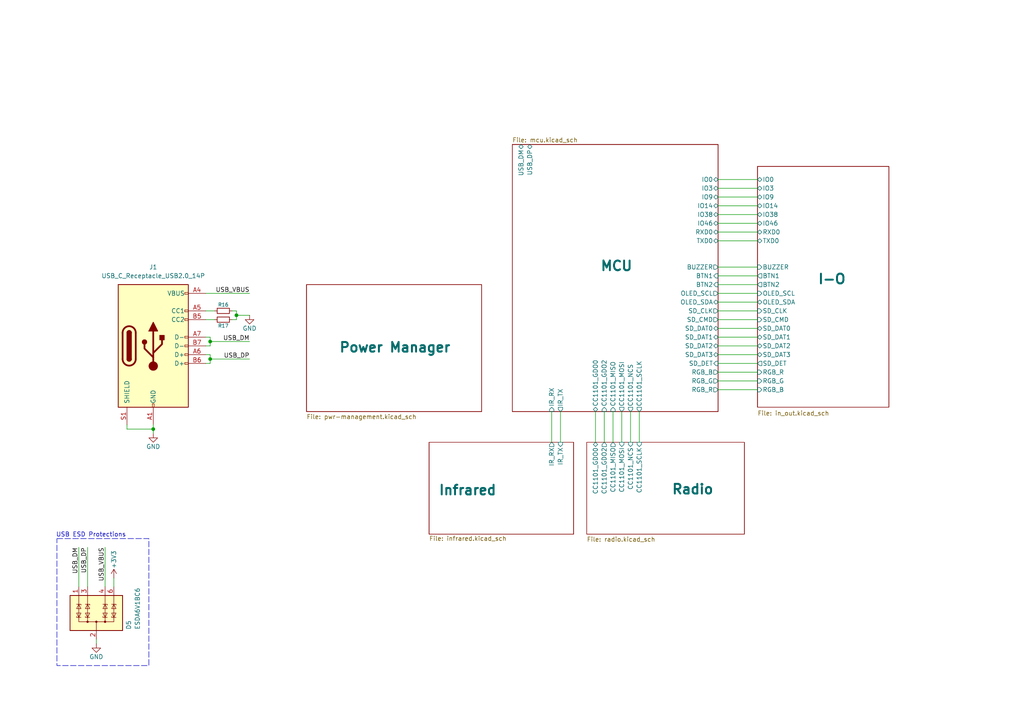
<source format=kicad_sch>
(kicad_sch (version 20250114) (generator "eeschema") (generator_version "9.0")
  (paper "A4")
  (lib_symbols
    (symbol "Connector:USB_C_Receptacle_USB2.0_14P" (pin_names (offset 1.016))
      (property "Reference" "J" (at 0 22.225 0))
      (property "Value" "USB_C_Receptacle_USB2.0_14P" (at 0 19.685 0))
      (symbol "USB_C_Receptacle_USB2.0_14P_0_0"
        (rectangle (start -0.254 -17.78) (end 0.254 -16.764))
        (rectangle (start 10.16 15.494) (end 9.144 14.986))
        (rectangle (start 10.16 10.414) (end 9.144 9.906))
        (rectangle (start 10.16 7.874) (end 9.144 7.366))
        (rectangle (start 10.16 2.794) (end 9.144 2.286))
        (rectangle (start 10.16 0.254) (end 9.144 -0.254))
        (rectangle (start 10.16 -2.286) (end 9.144 -2.794))
        (rectangle (start 10.16 -4.826) (end 9.144 -5.334))
      )
      (symbol "USB_C_Receptacle_USB2.0_14P_0_1"
        (rectangle (start -10.16 17.78) (end 10.16 -17.78) (stroke (width 0.254)) (fill (type background)))
        (polyline (pts (xy -8.89 -3.81) (xy -8.89 3.81)) (stroke (width 0.508)))
        (rectangle (start -7.62 -3.81) (end -6.35 3.81) (stroke (width 0.254)) (fill (type outline)))
        (arc (start -7.62 3.81) (mid -6.985 4.4423) (end -6.35 3.81) (stroke (width 0.254)))
        (arc (start -7.62 3.81) (mid -6.985 4.4423) (end -6.35 3.81) (stroke (width 0.254)) (fill (type outline)))
        (arc (start -8.89 3.81) (mid -6.985 5.7067) (end -5.08 3.81) (stroke (width 0.508)))
        (arc (start -5.08 -3.81) (mid -6.985 -5.7067) (end -8.89 -3.81) (stroke (width 0.508)))
        (arc (start -6.35 -3.81) (mid -6.985 -4.4423) (end -7.62 -3.81) (stroke (width 0.254)))
        (arc (start -6.35 -3.81) (mid -6.985 -4.4423) (end -7.62 -3.81) (stroke (width 0.254)) (fill (type outline)))
        (polyline (pts (xy -5.08 3.81) (xy -5.08 -3.81)) (stroke (width 0.508)))
        (circle (center -2.54 1.143) (radius 0.635) (stroke (width 0.254)) (fill (type outline)))
        (polyline (pts (xy -1.27 4.318) (xy 0 6.858) (xy 1.27 4.318) (xy -1.27 4.318)) (stroke (width 0.254)) (fill (type outline)))
        (polyline (pts (xy 0 -2.032) (xy 2.54 0.508) (xy 2.54 1.778)) (stroke (width 0.508)))
        (polyline (pts (xy 0 -3.302) (xy -2.54 -0.762) (xy -2.54 0.508)) (stroke (width 0.508)))
        (polyline (pts (xy 0 -5.842) (xy 0 4.318)) (stroke (width 0.508)))
        (circle (center 0 -5.842) (radius 1.27) (fill (type outline)))
        (rectangle (start 1.905 1.778) (end 3.175 3.048) (stroke (width 0.254)) (fill (type outline)))
      )
      (symbol "USB_C_Receptacle_USB2.0_14P_1_1"
        (pin passive line (at -7.62 -22.86 90) (length 5.08) (name "SHIELD") (number "S1"))
        (pin passive line (at 0 -22.86 90) (length 5.08) (name "GND") (number "A1"))
        (pin passive line (at 0 -22.86 90) (length 5.08) (hide yes) (name "GND") (number "A12"))
        (pin passive line (at 0 -22.86 90) (length 5.08) (hide yes) (name "GND") (number "B1"))
        (pin passive line (at 0 -22.86 90) (length 5.08) (hide yes) (name "GND") (number "B12"))
        (pin passive line (at 15.24 15.24 180) (length 5.08) (name "VBUS") (number "A4"))
        (pin passive line (at 15.24 15.24 180) (length 5.08) (hide yes) (name "VBUS") (number "A9"))
        (pin passive line (at 15.24 15.24 180) (length 5.08) (hide yes) (name "VBUS") (number "B4"))
        (pin passive line (at 15.24 15.24 180) (length 5.08) (hide yes) (name "VBUS") (number "B9"))
        (pin bidirectional line (at 15.24 10.16 180) (length 5.08) (name "CC1") (number "A5"))
        (pin bidirectional line (at 15.24 7.62 180) (length 5.08) (name "CC2") (number "B5"))
        (pin bidirectional line (at 15.24 2.54 180) (length 5.08) (name "D-") (number "A7"))
        (pin bidirectional line (at 15.24 0 180) (length 5.08) (name "D-") (number "B7"))
        (pin bidirectional line (at 15.24 -2.54 180) (length 5.08) (name "D+") (number "A6"))
        (pin bidirectional line (at 15.24 -5.08 180) (length 5.08) (name "D+") (number "B6"))
      )
    )
    (symbol "Device:R_Small" (pin_numbers (hide yes)) (pin_names (offset 0.254) (hide yes))
      (property "Reference" "R" (at 0 0 90))
      (property "Value" "R_Small" (at 1.778 0 90))
      (symbol "R_Small_0_1"
        (rectangle (start -0.762 1.778) (end 0.762 -1.778) (stroke (width 0.2032)))
      )
      (symbol "R_Small_1_1"
        (pin passive line (at 0 2.54 270) (length 0.762) (name "~") (number "1"))
        (pin passive line (at 0 -2.54 90) (length 0.762) (name "~") (number "2"))
      )
    )
    (symbol "Power_Protection:ESDA6V1BC6" (pin_names (hide yes))
      (property "Reference" "D" (at -2.54 -6.35 0))
      (property "Value" "ESDA6V1BC6" (at 1.27 -6.35 0))
      (symbol "ESDA6V1BC6_0_0"
        (pin passive line (at 0 -7.62 90) (length 2.54) (name "COM") (number "2"))
      )
      (symbol "ESDA6V1BC6_0_1"
        (rectangle (start -7.62 5.08) (end 7.62 -5.08) (stroke (width 0.254)) (fill (type background)))
        (polyline (pts (xy -5.715 2.54) (xy -4.445 2.54) (xy -4.445 2.286)))
        (polyline (pts (xy -5.715 -1.016) (xy -5.715 -1.27) (xy -4.445 -1.27)))
        (polyline (pts (xy -5.08 5.08) (xy -5.08 2.54)))
        (polyline (pts (xy -5.08 2.54) (xy -5.08 -1.27)))
        (polyline (pts (xy -5.08 2.54) (xy -4.445 1.27) (xy -5.715 1.27) (xy -5.08 2.54)))
        (polyline (pts (xy -5.08 -1.27) (xy -5.715 0) (xy -4.445 0) (xy -5.08 -1.27)))
        (polyline (pts (xy -5.08 -2.54) (xy -5.08 -1.27)))
        (polyline (pts (xy -5.08 -2.54) (xy 5.08 -2.54)))
        (polyline (pts (xy -3.175 2.54) (xy -1.905 2.54) (xy -1.905 2.286)))
        (polyline (pts (xy -3.175 -1.016) (xy -3.175 -1.27) (xy -1.905 -1.27)))
        (polyline (pts (xy -2.54 5.08) (xy -2.54 2.54)))
        (polyline (pts (xy -2.54 2.54) (xy -2.54 -1.27)))
        (polyline (pts (xy -2.54 2.54) (xy -1.905 1.27) (xy -3.175 1.27) (xy -2.54 2.54)))
        (polyline (pts (xy -2.54 -1.27) (xy -3.175 0) (xy -1.905 0) (xy -2.54 -1.27)))
        (circle (center -2.54 -2.54) (radius 0.254) (fill (type outline)))
        (polyline (pts (xy -2.54 -2.54) (xy -2.54 -1.27)))
        (polyline (pts (xy 0 -2.54) (xy 0 -5.08)))
        (circle (center 0 -2.54) (radius 0.254) (fill (type outline)))
        (polyline (pts (xy 1.905 2.54) (xy 3.175 2.54) (xy 3.175 2.286)))
        (polyline (pts (xy 1.905 -1.016) (xy 1.905 -1.27) (xy 3.175 -1.27)))
        (polyline (pts (xy 2.54 5.08) (xy 2.54 2.54)))
        (polyline (pts (xy 2.54 2.54) (xy 2.54 -1.27)))
        (polyline (pts (xy 2.54 2.54) (xy 3.175 1.27) (xy 1.905 1.27) (xy 2.54 2.54)))
        (polyline (pts (xy 2.54 -1.27) (xy 1.905 0) (xy 3.175 0) (xy 2.54 -1.27)))
        (polyline (pts (xy 2.54 -2.54) (xy 2.54 -1.27)))
        (circle (center 2.54 -2.54) (radius 0.254) (fill (type outline)))
        (polyline (pts (xy 4.445 2.54) (xy 5.715 2.54) (xy 5.715 2.286)))
        (polyline (pts (xy 4.445 -1.016) (xy 4.445 -1.27) (xy 5.715 -1.27)))
        (polyline (pts (xy 5.08 5.08) (xy 5.08 2.54)))
        (polyline (pts (xy 5.08 2.54) (xy 5.08 -1.27)))
        (polyline (pts (xy 5.08 2.54) (xy 5.715 1.27) (xy 4.445 1.27) (xy 5.08 2.54)))
        (polyline (pts (xy 5.08 -1.27) (xy 4.445 0) (xy 5.715 0) (xy 5.08 -1.27)))
        (polyline (pts (xy 5.08 -2.54) (xy 5.08 -1.27)))
      )
      (symbol "ESDA6V1BC6_1_1"
        (pin passive line (at -5.08 7.62 270) (length 2.54) (name "TVS1") (number "1"))
        (pin passive line (at -2.54 7.62 270) (length 2.54) (name "TVS2") (number "3"))
        (pin passive line (at 0 -7.62 90) (length 2.54) (hide yes) (name "COM") (number "5"))
        (pin passive line (at 2.54 7.62 270) (length 2.54) (name "TVS3") (number "4"))
        (pin passive line (at 5.08 7.62 270) (length 2.54) (name "TVS4") (number "6"))
      )
    )
    (symbol "power:+3V3" (power) (pin_numbers (hide yes)) (pin_names (offset 0) (hide yes))
      (property "Value" "+3V3" (at 0 3.556 0))
      (symbol "+3V3_0_1"
        (polyline (pts (xy -0.762 1.27) (xy 0 2.54)))
        (polyline (pts (xy 0 2.54) (xy 0.762 1.27)))
        (polyline (pts (xy 0 0) (xy 0 2.54)))
      )
      (symbol "+3V3_1_1"
        (pin power_in line (at 0 0 90) (length 0) (name "~") (number "1"))
      )
    )
    (symbol "power:GND" (power) (pin_numbers (hide yes)) (pin_names (offset 0) (hide yes))
      (property "Value" "GND" (at 0 -3.81 0))
      (symbol "GND_0_1"
        (polyline (pts (xy 0 0) (xy 0 -1.27) (xy 1.27 -1.27) (xy 0 -2.54) (xy -1.27 -1.27) (xy 0 -1.27)))
      )
      (symbol "GND_1_1"
        (pin power_in line (at 0 0 270) (length 0) (name "~") (number "1"))
      )
    )
  )
  (rectangle (start 16.51 156.21) (end 43.18 193.04) (stroke (width 0) (type dash)))
  (text "USB ESD Protections" (at 26.416 155.194 0) (effects (font (size 1.27 1.27))))
  (junction (at 68.58 91.44))
  (junction (at 44.45 124.46))
  (junction (at 60.96 99.06))
  (junction (at 60.96 104.14))
  (wire (pts (xy 22.86 158.75) (xy 22.86 170.18)))
  (wire (pts (xy 208.28 113.03) (xy 219.71 113.03)))
  (wire (pts (xy 208.28 107.95) (xy 219.71 107.95)))
  (wire (pts (xy 68.58 91.44) (xy 68.58 90.17)))
  (wire (pts (xy 59.69 97.79) (xy 60.96 97.79)))
  (wire (pts (xy 60.96 104.14) (xy 60.96 105.41)))
  (wire (pts (xy 44.45 123.19) (xy 44.45 124.46)))
  (wire (pts (xy 59.69 100.33) (xy 60.96 100.33)))
  (wire (pts (xy 60.96 105.41) (xy 59.69 105.41)))
  (wire (pts (xy 208.28 87.63) (xy 219.71 87.63)))
  (wire (pts (xy 208.28 64.77) (xy 219.71 64.77)))
  (wire (pts (xy 208.28 54.61) (xy 219.71 54.61)))
  (wire (pts (xy 208.28 82.55) (xy 219.71 82.55)))
  (wire (pts (xy 208.28 67.31) (xy 219.71 67.31)))
  (wire (pts (xy 60.96 99.06) (xy 60.96 97.79)))
  (wire (pts (xy 160.02 119.38) (xy 160.02 128.27)))
  (wire (pts (xy 59.69 85.09) (xy 72.39 85.09)))
  (wire (pts (xy 175.26 119.38) (xy 175.26 128.27)))
  (wire (pts (xy 44.45 124.46) (xy 36.83 124.46)))
  (wire (pts (xy 208.28 92.71) (xy 219.71 92.71)))
  (wire (pts (xy 27.94 185.42) (xy 27.94 186.69)))
  (wire (pts (xy 208.28 69.85) (xy 219.71 69.85)))
  (wire (pts (xy 60.96 102.87) (xy 60.96 104.14)))
  (wire (pts (xy 36.83 124.46) (xy 36.83 123.19)))
  (wire (pts (xy 208.28 57.15) (xy 219.71 57.15)))
  (wire (pts (xy 60.96 100.33) (xy 60.96 99.06)))
  (wire (pts (xy 59.69 102.87) (xy 60.96 102.87)))
  (wire (pts (xy 208.28 59.69) (xy 219.71 59.69)))
  (wire (pts (xy 208.28 80.01) (xy 219.71 80.01)))
  (wire (pts (xy 67.31 90.17) (xy 68.58 90.17)))
  (wire (pts (xy 185.42 119.38) (xy 185.42 128.27)))
  (wire (pts (xy 72.39 91.44) (xy 68.58 91.44)))
  (wire (pts (xy 59.69 90.17) (xy 62.23 90.17)))
  (wire (pts (xy 208.28 100.33) (xy 219.71 100.33)))
  (wire (pts (xy 208.28 105.41) (xy 219.71 105.41)))
  (wire (pts (xy 208.28 85.09) (xy 219.71 85.09)))
  (wire (pts (xy 67.31 92.71) (xy 68.58 92.71)))
  (wire (pts (xy 44.45 125.73) (xy 44.45 124.46)))
  (wire (pts (xy 208.28 110.49) (xy 219.71 110.49)))
  (wire (pts (xy 208.28 77.47) (xy 219.71 77.47)))
  (wire (pts (xy 182.88 119.38) (xy 182.88 128.27)))
  (wire (pts (xy 208.28 95.25) (xy 219.71 95.25)))
  (wire (pts (xy 25.4 158.75) (xy 25.4 170.18)))
  (wire (pts (xy 208.28 97.79) (xy 219.71 97.79)))
  (wire (pts (xy 208.28 102.87) (xy 219.71 102.87)))
  (wire (pts (xy 177.8 119.38) (xy 177.8 128.27)))
  (wire (pts (xy 30.48 158.75) (xy 30.48 170.18)))
  (wire (pts (xy 162.56 119.38) (xy 162.56 128.27)))
  (wire (pts (xy 33.02 167.64) (xy 33.02 170.18)))
  (wire (pts (xy 208.28 90.17) (xy 219.71 90.17)))
  (wire (pts (xy 72.39 104.14) (xy 60.96 104.14)))
  (wire (pts (xy 208.28 52.07) (xy 219.71 52.07)))
  (wire (pts (xy 59.69 92.71) (xy 62.23 92.71)))
  (wire (pts (xy 68.58 92.71) (xy 68.58 91.44)))
  (wire (pts (xy 180.34 119.38) (xy 180.34 128.27)))
  (wire (pts (xy 172.72 119.38) (xy 172.72 128.27)))
  (wire (pts (xy 60.96 99.06) (xy 72.39 99.06)))
  (wire (pts (xy 208.28 62.23) (xy 219.71 62.23)))
  (label "USB_DP" (at 25.4 158.75 270))
  (label "USB_DP" (at 72.39 104.14 180))
  (label "USB_VBUS" (at 30.48 158.75 270))
  (label "USB_VBUS" (at 72.39 85.09 180))
  (label "USB_DM" (at 72.39 99.06 180))
  (label "USB_DM" (at 22.86 158.75 270))
  (symbol (lib_id "Device:R_Small") (at 64.77 90.17 90) (unit 1)
    (property "Reference" "R16" (at 64.77 88.392 90) (effects (font (size 1.016 1.016))))
    (property "Value" "R_Small" (effects (hide yes)))
    (property "Description" "Resistor, small symbol" (effects (hide yes)))
  )
  (symbol (lib_id "Device:R_Small") (at 64.77 92.71 90) (unit 1)
    (property "Reference" "R17" (at 64.77 94.488 90) (effects (font (size 1.016 1.016))))
    (property "Value" "R_Small" (effects (hide yes)))
    (property "Description" "Resistor, small symbol" (effects (hide yes)))
  )
  (symbol (lib_id "Connector:USB_C_Receptacle_USB2.0_14P") (at 44.45 100.33 0) (unit 1)
    (property "Reference" "J1" (at 44.45 77.47 0))
    (property "Value" "USB_C_Receptacle_USB2.0_14P" (at 44.45 80.01 0))
    (property "Datasheet" "https://www.usb.org/sites/default/files/documents/usb_type-c.zip" (effects (hide yes)))
    (property "Description" "USB 2.0-only 14P Type-C Receptacle connector" (effects (hide yes)))
  )
  (symbol (lib_id "power:GND") (at 44.45 125.73 0) (unit 1)
    (property "Reference" "#PWR035" (effects (hide yes)))
    (property "Value" "GND" (at 44.45 129.54 0))
    (property "Description" "Power symbol creates a global label with name \"GND\" , ground" (effects (hide yes)))
  )
  (symbol (lib_id "power:GND") (at 72.39 91.44 0) (unit 1)
    (property "Reference" "#PWR036" (effects (hide yes)))
    (property "Value" "GND" (at 72.39 95.25 0))
    (property "Description" "Power symbol creates a global label with name \"GND\" , ground" (effects (hide yes)))
  )
  (symbol (lib_id "power:+3V3") (at 33.02 167.64 0) (unit 1)
    (property "Reference" "#PWR037" (effects (hide yes)))
    (property "Value" "+3V3" (at 33.02 162.306 90))
    (property "Description" "Power symbol creates a global label with name \"+3V3\"" (effects (hide yes)))
  )
  (symbol (lib_id "Power_Protection:ESDA6V1BC6") (at 27.94 177.8 0) (unit 1)
    (property "Reference" "D5" (at 37.338 182.626 90) (effects (justify left)))
    (property "Value" "ESDA6V1BC6" (at 39.878 182.626 90) (effects (justify left)))
    (property "Footprint" "Package_TO_SOT_SMD:SOT-23-6" (effects (hide yes)))
    (property "Datasheet" "http://www.st.com/content/ccc/resource/technical/document/datasheet/21/07/21/e3/a8/df/42/a2/CD00001906.pdf/files/CD00001906.pdf/jcr:content/translations/en.CD00001906.pdf" (effects (hide yes)))
    (property "Description" "Quad bidirectional transil, Suppressor for ESD protection, 5V Standoff, 4 Channels, SOT-23-6" (effects (hide yes)))
  )
  (symbol (lib_id "power:GND") (at 27.94 186.69 0) (unit 1)
    (property "Reference" "#PWR034" (effects (hide yes)))
    (property "Value" "GND" (at 27.94 190.5 0))
    (property "Description" "Power symbol creates a global label with name \"GND\" , ground" (effects (hide yes)))
  )
  (sheet (at 170.18 128.27) (size 45.72 26.67) (stroke (width 0.1524))
    (property "Sheetname" "Radio" (at 200.914 143.51 0) (effects (font (size 2.794 2.794) (thickness 0.5588) (bold yes)) (justify bottom)))
    (property "Sheetfile" "radio.kicad_sch" (at 170.18 155.702 0) (effects (justify left top)))
    (pin "CC1101_GDO0" bidirectional (at 172.72 128.27 90))
    (pin "CC1101_GDO2" output (at 175.26 128.27 90))
    (pin "CC1101_MISO" output (at 177.8 128.27 90))
    (pin "CC1101_MOSI" input (at 180.34 128.27 90))
    (pin "CC1101_NCS" input (at 182.88 128.27 90))
    (pin "CC1101_SCLK" input (at 185.42 128.27 90))
  )
  (sheet (at 219.71 48.26) (size 38.1 69.85) (stroke (width 0.1524))
    (property "Sheetname" "I-O" (at 241.3 82.55 0) (effects (font (size 2.794 2.794) (thickness 0.5588) (bold yes)) (justify bottom)))
    (property "Sheetfile" "in_out.kicad_sch" (at 219.71 119.126 0) (effects (justify left top)))
    (pin "BTN1" output (at 219.71 80.01 180))
    (pin "OLED_SCL" input (at 219.71 85.09 180))
    (pin "OLED_SDA" bidirectional (at 219.71 87.63 180))
    (pin "SD_CLK" input (at 219.71 90.17 180))
    (pin "SD_CMD" input (at 219.71 92.71 180))
    (pin "SD_DAT0" bidirectional (at 219.71 95.25 180))
    (pin "SD_DAT1" bidirectional (at 219.71 97.79 180))
    (pin "SD_DAT2" bidirectional (at 219.71 100.33 180))
    (pin "SD_DAT3" bidirectional (at 219.71 102.87 180))
    (pin "SD_DET" output (at 219.71 105.41 180))
    (pin "BTN2" output (at 219.71 82.55 180))
    (pin "BUZZER" input (at 219.71 77.47 180))
    (pin "IO0" bidirectional (at 219.71 52.07 180))
    (pin "IO3" bidirectional (at 219.71 54.61 180))
    (pin "IO9" bidirectional (at 219.71 57.15 180))
    (pin "IO14" bidirectional (at 219.71 59.69 180))
    (pin "IO38" bidirectional (at 219.71 62.23 180))
    (pin "IO46" bidirectional (at 219.71 64.77 180))
    (pin "RGB_B" input (at 219.71 113.03 180))
    (pin "RGB_G" input (at 219.71 110.49 180))
    (pin "RGB_R" input (at 219.71 107.95 180))
    (pin "RXD0" bidirectional (at 219.71 67.31 180))
    (pin "TXD0" bidirectional (at 219.71 69.85 180))
  )
  (sheet (at 148.59 41.91) (size 59.69 77.47) (stroke (width 0.1524))
    (property "Sheetname" "MCU" (at 178.816 78.74 0) (effects (font (size 2.794 2.794) (thickness 0.5588) (bold yes)) (justify bottom)))
    (property "Sheetfile" "mcu.kicad_sch" (at 148.59 39.878 0) (effects (justify left top)))
    (pin "CC1101_GDO0" bidirectional (at 172.72 119.38 270))
    (pin "CC1101_GDO2" input (at 175.26 119.38 270))
    (pin "CC1101_MISO" input (at 177.8 119.38 270))
    (pin "CC1101_MOSI" output (at 180.34 119.38 270))
    (pin "CC1101_NCS" output (at 182.88 119.38 270))
    (pin "CC1101_SCLK" output (at 185.42 119.38 270))
    (pin "BTN1" input (at 208.28 80.01 0))
    (pin "BTN2" input (at 208.28 82.55 0))
    (pin "OLED_SCL" output (at 208.28 85.09 0))
    (pin "OLED_SDA" bidirectional (at 208.28 87.63 0))
    (pin "SD_CLK" output (at 208.28 90.17 0))
    (pin "SD_CMD" output (at 208.28 92.71 0))
    (pin "SD_DAT0" bidirectional (at 208.28 95.25 0))
    (pin "SD_DAT1" bidirectional (at 208.28 97.79 0))
    (pin "SD_DAT2" bidirectional (at 208.28 100.33 0))
    (pin "SD_DAT3" bidirectional (at 208.28 102.87 0))
    (pin "SD_DET" input (at 208.28 105.41 0))
    (pin "USB_DM" bidirectional (at 151.13 41.91 90))
    (pin "USB_DP" bidirectional (at 153.67 41.91 90))
    (pin "IR_RX" input (at 160.02 119.38 270))
    (pin "IR_TX" output (at 162.56 119.38 270))
    (pin "IO0" bidirectional (at 208.28 52.07 0))
    (pin "IO3" bidirectional (at 208.28 54.61 0))
    (pin "IO9" bidirectional (at 208.28 57.15 0))
    (pin "IO14" bidirectional (at 208.28 59.69 0))
    (pin "IO38" bidirectional (at 208.28 62.23 0))
    (pin "IO46" bidirectional (at 208.28 64.77 0))
    (pin "RXD0" bidirectional (at 208.28 67.31 0))
    (pin "TXD0" bidirectional (at 208.28 69.85 0))
    (pin "RGB_B" output (at 208.28 107.95 0))
    (pin "RGB_G" output (at 208.28 110.49 0))
    (pin "RGB_R" output (at 208.28 113.03 0))
    (pin "BUZZER" output (at 208.28 77.47 0))
  )
  (sheet (at 124.46 128.27) (size 41.91 26.67) (stroke (width 0.1524))
    (property "Sheetname" "Infrared" (at 135.636 143.764 0) (effects (font (size 2.794 2.794) (thickness 0.5588) (bold yes)) (justify bottom)))
    (property "Sheetfile" "infrared.kicad_sch" (at 124.46 155.448 0) (effects (justify left top)))
    (pin "IR_RX" output (at 160.02 128.27 90))
    (pin "IR_TX" input (at 162.56 128.27 90))
  )
  (sheet (at 88.9 82.55) (size 50.8 36.83) (stroke (width 0.1524))
    (property "Sheetname" "Power Manager" (at 114.554 102.362 0) (effects (font (size 2.794 2.794) (thickness 0.5588) (bold yes)) (justify bottom)))
    (property "Sheetfile" "pwr-management.kicad_sch" (at 88.9 120.142 0) (effects (justify left top)))
  )
)
</source>
